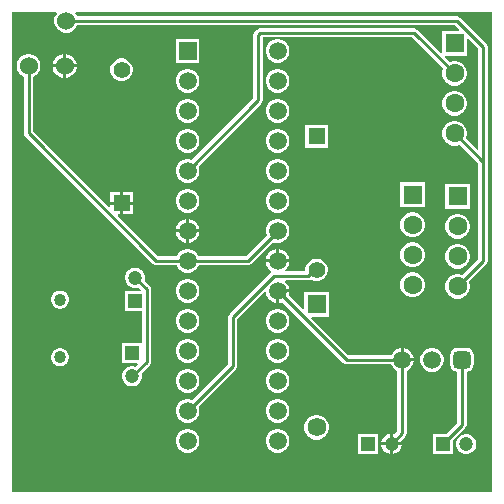
<source format=gtl>
G04*
G04 #@! TF.GenerationSoftware,Altium Limited,Altium Designer,23.4.1 (23)*
G04*
G04 Layer_Physical_Order=1*
G04 Layer_Color=255*
%FSLAX44Y44*%
%MOMM*%
G71*
G04*
G04 #@! TF.SameCoordinates,99EBD1B5-C4FE-4FA8-BA42-E2C8A1C5BD1C*
G04*
G04*
G04 #@! TF.FilePolarity,Positive*
G04*
G01*
G75*
%ADD15C,0.2540*%
%ADD16C,1.2000*%
%ADD17R,1.2000X1.2000*%
%ADD18R,1.2000X1.2000*%
%ADD26C,1.4000*%
%ADD27R,1.4000X1.4000*%
%ADD30C,1.5000*%
G04:AMPARAMS|DCode=31|XSize=1.5mm|YSize=1.5mm|CornerRadius=0.375mm|HoleSize=0mm|Usage=FLASHONLY|Rotation=0.000|XOffset=0mm|YOffset=0mm|HoleType=Round|Shape=RoundedRectangle|*
%AMROUNDEDRECTD31*
21,1,1.5000,0.7500,0,0,0.0*
21,1,0.7500,1.5000,0,0,0.0*
1,1,0.7500,0.3750,-0.3750*
1,1,0.7500,-0.3750,-0.3750*
1,1,0.7500,-0.3750,0.3750*
1,1,0.7500,0.3750,0.3750*
%
%ADD31ROUNDEDRECTD31*%
%ADD32C,1.5240*%
%ADD33C,1.6000*%
%ADD34R,1.6000X1.6000*%
%ADD35C,1.5900*%
%ADD36R,1.5900X1.5900*%
%ADD37R,1.5000X1.5000*%
%ADD38C,1.0300*%
G36*
X425450Y19050D02*
X20320D01*
X20223Y18953D01*
X19050Y19439D01*
Y425450D01*
X56509D01*
X56996Y424277D01*
X56763Y424044D01*
X55430Y421736D01*
X54741Y419162D01*
Y416498D01*
X55430Y413924D01*
X56763Y411616D01*
X58647Y409732D01*
X60954Y408400D01*
X63528Y407710D01*
X66193D01*
X68767Y408400D01*
X71075Y409732D01*
X72959Y411616D01*
X74291Y413924D01*
X74308Y413986D01*
X394389D01*
X397922Y410453D01*
X397436Y409280D01*
X383200D01*
Y390975D01*
X382027Y390489D01*
X362128Y410388D01*
X360881Y411221D01*
X359410Y411514D01*
X359410Y411514D01*
X228818D01*
X227347Y411221D01*
X226100Y410388D01*
X226100Y410388D01*
X224612Y408900D01*
X223779Y407653D01*
X223486Y406182D01*
X223486Y406182D01*
Y352112D01*
X171514Y300140D01*
X171500Y300149D01*
X168957Y300830D01*
X166324D01*
X163780Y300149D01*
X161500Y298832D01*
X159638Y296970D01*
X158322Y294690D01*
X157640Y292146D01*
Y289513D01*
X158322Y286970D01*
X159638Y284690D01*
X161500Y282828D01*
X163780Y281511D01*
X166324Y280830D01*
X168957D01*
X171500Y281511D01*
X173780Y282828D01*
X175642Y284690D01*
X176959Y286970D01*
X177640Y289513D01*
Y292146D01*
X176959Y294690D01*
X176950Y294704D01*
X230048Y347802D01*
X230048Y347802D01*
X230881Y349049D01*
X231174Y350520D01*
X231174Y350520D01*
Y403826D01*
X357818D01*
X384024Y377620D01*
X383916Y377433D01*
X383200Y374762D01*
Y371998D01*
X383916Y369327D01*
X385298Y366933D01*
X387253Y364978D01*
X389647Y363596D01*
X392318Y362880D01*
X395082D01*
X397753Y363596D01*
X400147Y364978D01*
X402102Y366933D01*
X403484Y369327D01*
X404200Y371998D01*
Y374762D01*
X403484Y377433D01*
X402102Y379827D01*
X400147Y381782D01*
X397753Y383164D01*
X395082Y383880D01*
X392318D01*
X389647Y383164D01*
X389460Y383056D01*
X385409Y387107D01*
X385895Y388280D01*
X404200D01*
Y402516D01*
X405373Y403002D01*
X413986Y394389D01*
Y309389D01*
X412813Y308903D01*
X403376Y318340D01*
X403484Y318527D01*
X404200Y321198D01*
Y323962D01*
X403484Y326633D01*
X402102Y329027D01*
X400147Y330982D01*
X397753Y332364D01*
X395082Y333080D01*
X392318D01*
X389647Y332364D01*
X387253Y330982D01*
X385298Y329027D01*
X383916Y326633D01*
X383200Y323962D01*
Y321198D01*
X383916Y318527D01*
X385298Y316133D01*
X387253Y314178D01*
X389647Y312796D01*
X392318Y312080D01*
X395082D01*
X397753Y312796D01*
X397940Y312904D01*
X413986Y296858D01*
Y216222D01*
X400480Y202716D01*
X400293Y202824D01*
X397622Y203540D01*
X394858D01*
X392187Y202824D01*
X389793Y201442D01*
X387838Y199487D01*
X386456Y197093D01*
X385740Y194422D01*
Y191658D01*
X386456Y188987D01*
X387838Y186593D01*
X389793Y184638D01*
X392187Y183256D01*
X394858Y182540D01*
X397622D01*
X400293Y183256D01*
X402687Y184638D01*
X404642Y186593D01*
X406024Y188987D01*
X406740Y191658D01*
Y194422D01*
X406024Y197093D01*
X405916Y197280D01*
X420548Y211912D01*
X420548Y211912D01*
X421381Y213159D01*
X421674Y214630D01*
X421674Y214630D01*
Y298450D01*
X421674Y298450D01*
X421674Y298450D01*
Y395981D01*
X421674Y395982D01*
X421381Y397453D01*
X420548Y398700D01*
X420548Y398700D01*
X398700Y420548D01*
X397453Y421381D01*
X395982Y421674D01*
X395981Y421674D01*
X74308D01*
X74291Y421736D01*
X72959Y424044D01*
X72726Y424277D01*
X73212Y425450D01*
X425450D01*
Y19050D01*
D02*
G37*
%LPC*%
G36*
X245156Y402430D02*
X242523D01*
X239980Y401749D01*
X237700Y400432D01*
X235838Y398570D01*
X234522Y396290D01*
X233840Y393746D01*
Y391114D01*
X234522Y388570D01*
X235838Y386290D01*
X237700Y384428D01*
X239980Y383111D01*
X242523Y382430D01*
X245156D01*
X247700Y383111D01*
X249980Y384428D01*
X251842Y386290D01*
X253158Y388570D01*
X253840Y391114D01*
Y393746D01*
X253158Y396290D01*
X251842Y398570D01*
X249980Y400432D01*
X247700Y401749D01*
X245156Y402430D01*
D02*
G37*
G36*
X177640D02*
X157640D01*
Y382430D01*
X177640D01*
Y402430D01*
D02*
G37*
G36*
X64838Y389890D02*
X64770D01*
Y381000D01*
X73660D01*
Y381068D01*
X72968Y383652D01*
X71630Y385968D01*
X69738Y387860D01*
X67422Y389198D01*
X64838Y389890D01*
D02*
G37*
G36*
X62230D02*
X62162D01*
X59578Y389198D01*
X57262Y387860D01*
X55370Y385968D01*
X54032Y383652D01*
X53340Y381068D01*
Y381000D01*
X62230D01*
Y389890D01*
D02*
G37*
G36*
X73660Y378460D02*
X64770D01*
Y369570D01*
X64838D01*
X67422Y370262D01*
X69738Y371600D01*
X71630Y373492D01*
X72968Y375808D01*
X73660Y378392D01*
Y378460D01*
D02*
G37*
G36*
X62230D02*
X53340D01*
Y378392D01*
X54032Y375808D01*
X55370Y373492D01*
X57262Y371600D01*
X59578Y370262D01*
X62162Y369570D01*
X62230D01*
Y378460D01*
D02*
G37*
G36*
X113011Y386040D02*
X110509D01*
X108093Y385392D01*
X105927Y384142D01*
X104158Y382373D01*
X102907Y380207D01*
X102260Y377791D01*
Y375289D01*
X102907Y372873D01*
X104158Y370707D01*
X105927Y368938D01*
X108093Y367687D01*
X110509Y367040D01*
X113011D01*
X115427Y367687D01*
X117593Y368938D01*
X119362Y370707D01*
X120613Y372873D01*
X121260Y375289D01*
Y377791D01*
X120613Y380207D01*
X119362Y382373D01*
X117593Y384142D01*
X115427Y385392D01*
X113011Y386040D01*
D02*
G37*
G36*
X245156Y377030D02*
X242523D01*
X239980Y376348D01*
X237700Y375032D01*
X235838Y373170D01*
X234522Y370890D01*
X233840Y368346D01*
Y365714D01*
X234522Y363170D01*
X235838Y360890D01*
X237700Y359028D01*
X239980Y357711D01*
X242523Y357030D01*
X245156D01*
X247700Y357711D01*
X249980Y359028D01*
X251842Y360890D01*
X253158Y363170D01*
X253840Y365714D01*
Y368346D01*
X253158Y370890D01*
X251842Y373170D01*
X249980Y375032D01*
X247700Y376348D01*
X245156Y377030D01*
D02*
G37*
G36*
X168957D02*
X166324D01*
X163780Y376348D01*
X161500Y375032D01*
X159638Y373170D01*
X158322Y370890D01*
X157640Y368346D01*
Y365714D01*
X158322Y363170D01*
X159638Y360890D01*
X161500Y359028D01*
X163780Y357711D01*
X166324Y357030D01*
X168957D01*
X171500Y357711D01*
X173780Y359028D01*
X175642Y360890D01*
X176959Y363170D01*
X177640Y365714D01*
Y368346D01*
X176959Y370890D01*
X175642Y373170D01*
X173780Y375032D01*
X171500Y376348D01*
X168957Y377030D01*
D02*
G37*
G36*
X395082Y358480D02*
X392318D01*
X389647Y357764D01*
X387253Y356382D01*
X385298Y354427D01*
X383916Y352033D01*
X383200Y349362D01*
Y346598D01*
X383916Y343927D01*
X385298Y341533D01*
X387253Y339578D01*
X389647Y338196D01*
X392318Y337480D01*
X395082D01*
X397753Y338196D01*
X400147Y339578D01*
X402102Y341533D01*
X403484Y343927D01*
X404200Y346598D01*
Y349362D01*
X403484Y352033D01*
X402102Y354427D01*
X400147Y356382D01*
X397753Y357764D01*
X395082Y358480D01*
D02*
G37*
G36*
X245156Y351630D02*
X242523D01*
X239980Y350948D01*
X237700Y349632D01*
X235838Y347770D01*
X234522Y345490D01*
X233840Y342947D01*
Y340313D01*
X234522Y337770D01*
X235838Y335490D01*
X237700Y333628D01*
X239980Y332312D01*
X242523Y331630D01*
X245156D01*
X247700Y332312D01*
X249980Y333628D01*
X251842Y335490D01*
X253158Y337770D01*
X253840Y340313D01*
Y342947D01*
X253158Y345490D01*
X251842Y347770D01*
X249980Y349632D01*
X247700Y350948D01*
X245156Y351630D01*
D02*
G37*
G36*
X168957D02*
X166324D01*
X163780Y350948D01*
X161500Y349632D01*
X159638Y347770D01*
X158322Y345490D01*
X157640Y342947D01*
Y340313D01*
X158322Y337770D01*
X159638Y335490D01*
X161500Y333628D01*
X163780Y332312D01*
X166324Y331630D01*
X168957D01*
X171500Y332312D01*
X173780Y333628D01*
X175642Y335490D01*
X176959Y337770D01*
X177640Y340313D01*
Y342947D01*
X176959Y345490D01*
X175642Y347770D01*
X173780Y349632D01*
X171500Y350948D01*
X168957Y351630D01*
D02*
G37*
G36*
X286360Y329510D02*
X267360D01*
Y310510D01*
X286360D01*
Y329510D01*
D02*
G37*
G36*
X245156Y326230D02*
X242523D01*
X239980Y325549D01*
X237700Y324232D01*
X235838Y322370D01*
X234522Y320090D01*
X233840Y317547D01*
Y314914D01*
X234522Y312370D01*
X235838Y310090D01*
X237700Y308228D01*
X239980Y306912D01*
X242523Y306230D01*
X245156D01*
X247700Y306912D01*
X249980Y308228D01*
X251842Y310090D01*
X253158Y312370D01*
X253840Y314914D01*
Y317547D01*
X253158Y320090D01*
X251842Y322370D01*
X249980Y324232D01*
X247700Y325549D01*
X245156Y326230D01*
D02*
G37*
G36*
X168957D02*
X166324D01*
X163780Y325549D01*
X161500Y324232D01*
X159638Y322370D01*
X158322Y320090D01*
X157640Y317547D01*
Y314914D01*
X158322Y312370D01*
X159638Y310090D01*
X161500Y308228D01*
X163780Y306912D01*
X166324Y306230D01*
X168957D01*
X171500Y306912D01*
X173780Y308228D01*
X175642Y310090D01*
X176959Y312370D01*
X177640Y314914D01*
Y317547D01*
X176959Y320090D01*
X175642Y322370D01*
X173780Y324232D01*
X171500Y325549D01*
X168957Y326230D01*
D02*
G37*
G36*
X245156Y300830D02*
X242523D01*
X239980Y300149D01*
X237700Y298832D01*
X235838Y296970D01*
X234522Y294690D01*
X233840Y292146D01*
Y289513D01*
X234522Y286970D01*
X235838Y284690D01*
X237700Y282828D01*
X239980Y281511D01*
X242523Y280830D01*
X245156D01*
X247700Y281511D01*
X249980Y282828D01*
X251842Y284690D01*
X253158Y286970D01*
X253840Y289513D01*
Y292146D01*
X253158Y294690D01*
X251842Y296970D01*
X249980Y298832D01*
X247700Y300149D01*
X245156Y300830D01*
D02*
G37*
G36*
X121300Y273080D02*
X113030D01*
Y264810D01*
X121300D01*
Y273080D01*
D02*
G37*
G36*
X110490D02*
X102220D01*
Y264810D01*
X110490D01*
Y273080D01*
D02*
G37*
G36*
X368640Y281010D02*
X347640D01*
Y260010D01*
X368640D01*
Y281010D01*
D02*
G37*
G36*
X406740Y279740D02*
X385740D01*
Y258740D01*
X406740D01*
Y279740D01*
D02*
G37*
G36*
X245156Y275430D02*
X242523D01*
X239980Y274748D01*
X237700Y273432D01*
X235838Y271570D01*
X234522Y269290D01*
X233840Y266747D01*
Y264114D01*
X234522Y261570D01*
X235838Y259290D01*
X237700Y257428D01*
X239980Y256112D01*
X242523Y255430D01*
X245156D01*
X247700Y256112D01*
X249980Y257428D01*
X251842Y259290D01*
X253158Y261570D01*
X253840Y264114D01*
Y266747D01*
X253158Y269290D01*
X251842Y271570D01*
X249980Y273432D01*
X247700Y274748D01*
X245156Y275430D01*
D02*
G37*
G36*
X168957D02*
X166324D01*
X163780Y274748D01*
X161500Y273432D01*
X159638Y271570D01*
X158322Y269290D01*
X157640Y266747D01*
Y264114D01*
X158322Y261570D01*
X159638Y259290D01*
X161500Y257428D01*
X163780Y256112D01*
X166324Y255430D01*
X168957D01*
X171500Y256112D01*
X173780Y257428D01*
X175642Y259290D01*
X176959Y261570D01*
X177640Y264114D01*
Y266747D01*
X176959Y269290D01*
X175642Y271570D01*
X173780Y273432D01*
X171500Y274748D01*
X168957Y275430D01*
D02*
G37*
G36*
X121300Y262270D02*
X113030D01*
Y254000D01*
X121300D01*
Y262270D01*
D02*
G37*
G36*
X168962Y250070D02*
X168910D01*
Y241300D01*
X177680D01*
Y241352D01*
X176996Y243905D01*
X175674Y246195D01*
X173805Y248064D01*
X171515Y249386D01*
X168962Y250070D01*
D02*
G37*
G36*
X166370D02*
X166318D01*
X163765Y249386D01*
X161475Y248064D01*
X159606Y246195D01*
X158284Y243905D01*
X157600Y241352D01*
Y241300D01*
X166370D01*
Y250070D01*
D02*
G37*
G36*
X359522Y255610D02*
X356758D01*
X354087Y254894D01*
X351693Y253512D01*
X349738Y251557D01*
X348356Y249163D01*
X347640Y246492D01*
Y243728D01*
X348356Y241057D01*
X349738Y238663D01*
X351693Y236708D01*
X354087Y235326D01*
X356758Y234610D01*
X359522D01*
X362193Y235326D01*
X364587Y236708D01*
X366542Y238663D01*
X367924Y241057D01*
X368640Y243728D01*
Y246492D01*
X367924Y249163D01*
X366542Y251557D01*
X364587Y253512D01*
X362193Y254894D01*
X359522Y255610D01*
D02*
G37*
G36*
X397622Y254340D02*
X394858D01*
X392187Y253624D01*
X389793Y252242D01*
X387838Y250287D01*
X386456Y247893D01*
X385740Y245222D01*
Y242458D01*
X386456Y239787D01*
X387838Y237393D01*
X389793Y235438D01*
X392187Y234056D01*
X394858Y233340D01*
X397622D01*
X400293Y234056D01*
X402687Y235438D01*
X404642Y237393D01*
X406024Y239787D01*
X406740Y242458D01*
Y245222D01*
X406024Y247893D01*
X404642Y250287D01*
X402687Y252242D01*
X400293Y253624D01*
X397622Y254340D01*
D02*
G37*
G36*
X34352Y389850D02*
X31688D01*
X29114Y389160D01*
X26806Y387828D01*
X24922Y385944D01*
X23590Y383636D01*
X22900Y381062D01*
Y378398D01*
X23590Y375824D01*
X24922Y373516D01*
X26806Y371632D01*
X29114Y370300D01*
X29176Y370283D01*
Y322949D01*
X29176Y322948D01*
X29469Y321477D01*
X30302Y320230D01*
X138620Y211912D01*
X138620Y211912D01*
X139867Y211079D01*
X141338Y210786D01*
X141339Y210786D01*
X158317D01*
X158322Y210770D01*
X159638Y208490D01*
X161500Y206628D01*
X163780Y205312D01*
X166324Y204630D01*
X168957D01*
X171500Y205312D01*
X173780Y206628D01*
X175642Y208490D01*
X176959Y210770D01*
X176963Y210786D01*
X218440D01*
X218440Y210786D01*
X219911Y211079D01*
X221158Y211912D01*
X239966Y230720D01*
X239980Y230711D01*
X242523Y230030D01*
X245156D01*
X247700Y230711D01*
X249980Y232028D01*
X251842Y233890D01*
X253158Y236170D01*
X253840Y238713D01*
Y241346D01*
X253158Y243890D01*
X251842Y246170D01*
X249980Y248032D01*
X247700Y249349D01*
X245156Y250030D01*
X242523D01*
X239980Y249349D01*
X237700Y248032D01*
X235838Y246170D01*
X234522Y243890D01*
X233840Y241346D01*
Y238713D01*
X234522Y236170D01*
X234530Y236156D01*
X216848Y218474D01*
X176963D01*
X176959Y218490D01*
X175642Y220770D01*
X173780Y222632D01*
X171500Y223948D01*
X168957Y224630D01*
X166324D01*
X163780Y223948D01*
X161500Y222632D01*
X159638Y220770D01*
X158322Y218490D01*
X158317Y218474D01*
X142931D01*
X108578Y252827D01*
X109064Y254000D01*
X110490D01*
Y262270D01*
X102220D01*
Y260844D01*
X101047Y260358D01*
X36864Y324541D01*
Y370283D01*
X36926Y370300D01*
X39234Y371632D01*
X41118Y373516D01*
X42450Y375824D01*
X43140Y378398D01*
Y381062D01*
X42450Y383636D01*
X41118Y385944D01*
X39234Y387828D01*
X36926Y389160D01*
X34352Y389850D01*
D02*
G37*
G36*
X177680Y238760D02*
X168910D01*
Y229990D01*
X168962D01*
X171515Y230674D01*
X173805Y231996D01*
X175674Y233865D01*
X176996Y236155D01*
X177680Y238708D01*
Y238760D01*
D02*
G37*
G36*
X166370D02*
X157600D01*
Y238708D01*
X158284Y236155D01*
X159606Y233865D01*
X161475Y231996D01*
X163765Y230674D01*
X166318Y229990D01*
X166370D01*
Y238760D01*
D02*
G37*
G36*
X245162Y224670D02*
X245110D01*
Y215900D01*
X253880D01*
Y215952D01*
X253196Y218505D01*
X251874Y220795D01*
X250005Y222664D01*
X247715Y223986D01*
X245162Y224670D01*
D02*
G37*
G36*
X242570D02*
X242518D01*
X239965Y223986D01*
X237675Y222664D01*
X235806Y220795D01*
X234484Y218505D01*
X233800Y215952D01*
Y215900D01*
X242570D01*
Y224670D01*
D02*
G37*
G36*
X359522Y230210D02*
X356758D01*
X354087Y229494D01*
X351693Y228112D01*
X349738Y226157D01*
X348356Y223763D01*
X347640Y221092D01*
Y218328D01*
X348356Y215657D01*
X349738Y213263D01*
X351693Y211308D01*
X354087Y209926D01*
X356758Y209210D01*
X359522D01*
X362193Y209926D01*
X364587Y211308D01*
X366542Y213263D01*
X367924Y215657D01*
X368640Y218328D01*
Y221092D01*
X367924Y223763D01*
X366542Y226157D01*
X364587Y228112D01*
X362193Y229494D01*
X359522Y230210D01*
D02*
G37*
G36*
X397622Y228940D02*
X394858D01*
X392187Y228224D01*
X389793Y226842D01*
X387838Y224887D01*
X386456Y222493D01*
X385740Y219822D01*
Y217058D01*
X386456Y214387D01*
X387838Y211993D01*
X389793Y210038D01*
X392187Y208656D01*
X394858Y207940D01*
X397622D01*
X400293Y208656D01*
X402687Y210038D01*
X404642Y211993D01*
X406024Y214387D01*
X406740Y217058D01*
Y219822D01*
X406024Y222493D01*
X404642Y224887D01*
X402687Y226842D01*
X400293Y228224D01*
X397622Y228940D01*
D02*
G37*
G36*
X278111Y216510D02*
X275609D01*
X273193Y215863D01*
X271027Y214612D01*
X269258Y212843D01*
X268007Y210677D01*
X267360Y208261D01*
Y205774D01*
X250979D01*
X250453Y207044D01*
X251874Y208465D01*
X253196Y210755D01*
X253880Y213308D01*
Y213360D01*
X233800D01*
Y213308D01*
X234484Y210755D01*
X235806Y208465D01*
X237675Y206596D01*
X238125Y206336D01*
X238174Y204842D01*
X237884Y204648D01*
X237884Y204648D01*
X203310Y170074D01*
X202477Y168827D01*
X202184Y167356D01*
X202184Y167356D01*
Y127610D01*
X171514Y96940D01*
X171500Y96948D01*
X168957Y97630D01*
X166324D01*
X163780Y96948D01*
X161500Y95632D01*
X159638Y93770D01*
X158322Y91490D01*
X157640Y88947D01*
Y86313D01*
X158322Y83770D01*
X159638Y81490D01*
X161500Y79628D01*
X163780Y78312D01*
X166324Y77630D01*
X168957D01*
X171500Y78312D01*
X173780Y79628D01*
X175642Y81490D01*
X176959Y83770D01*
X177640Y86313D01*
Y88947D01*
X176959Y91490D01*
X176950Y91504D01*
X208746Y123300D01*
X208746Y123300D01*
X209579Y124547D01*
X209872Y126018D01*
X209872Y126018D01*
Y165764D01*
X232627Y188519D01*
X233800Y188033D01*
Y187908D01*
X234484Y185355D01*
X235806Y183065D01*
X237675Y181196D01*
X239965Y179874D01*
X242518Y179190D01*
X242570D01*
Y189230D01*
X243840D01*
Y190500D01*
X253880D01*
Y190552D01*
X253196Y193105D01*
X251874Y195395D01*
X250453Y196816D01*
X250979Y198086D01*
X269512D01*
X269512Y198086D01*
X270983Y198379D01*
X271830Y198944D01*
X273193Y198157D01*
X275609Y197510D01*
X278111D01*
X280527Y198157D01*
X282693Y199408D01*
X284462Y201177D01*
X285713Y203343D01*
X286360Y205759D01*
Y208261D01*
X285713Y210677D01*
X284462Y212843D01*
X282693Y214612D01*
X280527Y215863D01*
X278111Y216510D01*
D02*
G37*
G36*
X359522Y204810D02*
X356758D01*
X354087Y204094D01*
X351693Y202712D01*
X349738Y200757D01*
X348356Y198363D01*
X347640Y195692D01*
Y192928D01*
X348356Y190257D01*
X349738Y187863D01*
X351693Y185908D01*
X354087Y184526D01*
X356758Y183810D01*
X359522D01*
X362193Y184526D01*
X364587Y185908D01*
X366542Y187863D01*
X367924Y190257D01*
X368640Y192928D01*
Y195692D01*
X367924Y198363D01*
X366542Y200757D01*
X364587Y202712D01*
X362193Y204094D01*
X359522Y204810D01*
D02*
G37*
G36*
X168957Y199230D02*
X166324D01*
X163780Y198549D01*
X161500Y197232D01*
X159638Y195370D01*
X158322Y193090D01*
X157640Y190546D01*
Y187913D01*
X158322Y185370D01*
X159638Y183090D01*
X161500Y181228D01*
X163780Y179911D01*
X166324Y179230D01*
X168957D01*
X171500Y179911D01*
X173780Y181228D01*
X175642Y183090D01*
X176959Y185370D01*
X177640Y187913D01*
Y190546D01*
X176959Y193090D01*
X175642Y195370D01*
X173780Y197232D01*
X171500Y198549D01*
X168957Y199230D01*
D02*
G37*
G36*
X60697Y189530D02*
X58683D01*
X56737Y189009D01*
X54993Y188001D01*
X53569Y186577D01*
X52561Y184833D01*
X52040Y182887D01*
Y180873D01*
X52561Y178927D01*
X53569Y177183D01*
X54993Y175758D01*
X56737Y174751D01*
X58683Y174230D01*
X60697D01*
X62643Y174751D01*
X64387Y175758D01*
X65812Y177183D01*
X66819Y178927D01*
X67340Y180873D01*
Y182887D01*
X66819Y184833D01*
X65812Y186577D01*
X64387Y188001D01*
X62643Y189009D01*
X60697Y189530D01*
D02*
G37*
G36*
X287310Y188150D02*
X266410D01*
Y173755D01*
X265237Y173269D01*
X253179Y185326D01*
X253196Y185355D01*
X253880Y187908D01*
Y187960D01*
X245110D01*
Y179190D01*
X245162D01*
X247715Y179874D01*
X247743Y179890D01*
X299542Y128092D01*
X299542Y128092D01*
X300789Y127259D01*
X302260Y126966D01*
X339886D01*
X339894Y126935D01*
X341216Y124645D01*
X343085Y122776D01*
X345375Y121454D01*
X345406Y121446D01*
Y70172D01*
X343046Y67812D01*
X341630Y68191D01*
Y60960D01*
X348861D01*
X348482Y62376D01*
X351968Y65862D01*
X351968Y65862D01*
X352801Y67109D01*
X353094Y68580D01*
X353094Y68580D01*
Y121446D01*
X353125Y121454D01*
X355415Y122776D01*
X357284Y124645D01*
X358606Y126935D01*
X359290Y129488D01*
Y129540D01*
X349250D01*
Y130810D01*
X347980D01*
Y140850D01*
X347928D01*
X345375Y140166D01*
X343085Y138844D01*
X341216Y136975D01*
X339894Y134685D01*
X339886Y134654D01*
X303852D01*
X272429Y166077D01*
X272915Y167250D01*
X287310D01*
Y188150D01*
D02*
G37*
G36*
X245156Y173830D02*
X242523D01*
X239980Y173148D01*
X237700Y171832D01*
X235838Y169970D01*
X234522Y167690D01*
X233840Y165147D01*
Y162514D01*
X234522Y159970D01*
X235838Y157690D01*
X237700Y155828D01*
X239980Y154511D01*
X242523Y153830D01*
X245156D01*
X247700Y154511D01*
X249980Y155828D01*
X251842Y157690D01*
X253158Y159970D01*
X253840Y162514D01*
Y165147D01*
X253158Y167690D01*
X251842Y169970D01*
X249980Y171832D01*
X247700Y173148D01*
X245156Y173830D01*
D02*
G37*
G36*
X168957D02*
X166324D01*
X163780Y173148D01*
X161500Y171832D01*
X159638Y169970D01*
X158322Y167690D01*
X157640Y165147D01*
Y162514D01*
X158322Y159970D01*
X159638Y157690D01*
X161500Y155828D01*
X163780Y154511D01*
X166324Y153830D01*
X168957D01*
X171500Y154511D01*
X173780Y155828D01*
X175642Y157690D01*
X176959Y159970D01*
X177640Y162514D01*
Y165147D01*
X176959Y167690D01*
X175642Y169970D01*
X173780Y171832D01*
X171500Y173148D01*
X168957Y173830D01*
D02*
G37*
G36*
X350572Y140850D02*
X350520D01*
Y132080D01*
X359290D01*
Y132132D01*
X358606Y134685D01*
X357284Y136975D01*
X355415Y138844D01*
X353125Y140166D01*
X350572Y140850D01*
D02*
G37*
G36*
X245156Y148430D02*
X242523D01*
X239980Y147748D01*
X237700Y146432D01*
X235838Y144570D01*
X234522Y142290D01*
X233840Y139747D01*
Y137114D01*
X234522Y134570D01*
X235838Y132290D01*
X237700Y130428D01*
X239980Y129111D01*
X242523Y128430D01*
X245156D01*
X247700Y129111D01*
X249980Y130428D01*
X251842Y132290D01*
X253158Y134570D01*
X253840Y137114D01*
Y139747D01*
X253158Y142290D01*
X251842Y144570D01*
X249980Y146432D01*
X247700Y147748D01*
X245156Y148430D01*
D02*
G37*
G36*
X168957D02*
X166324D01*
X163780Y147748D01*
X161500Y146432D01*
X159638Y144570D01*
X158322Y142290D01*
X157640Y139747D01*
Y137114D01*
X158322Y134570D01*
X159638Y132290D01*
X161500Y130428D01*
X163780Y129111D01*
X166324Y128430D01*
X168957D01*
X171500Y129111D01*
X173780Y130428D01*
X175642Y132290D01*
X176959Y134570D01*
X177640Y137114D01*
Y139747D01*
X176959Y142290D01*
X175642Y144570D01*
X173780Y146432D01*
X171500Y147748D01*
X168957Y148430D01*
D02*
G37*
G36*
X60697Y140730D02*
X58683D01*
X56737Y140209D01*
X54993Y139201D01*
X53569Y137777D01*
X52561Y136033D01*
X52040Y134087D01*
Y132073D01*
X52561Y130127D01*
X53569Y128383D01*
X54993Y126959D01*
X56737Y125951D01*
X58683Y125430D01*
X60697D01*
X62643Y125951D01*
X64387Y126959D01*
X65812Y128383D01*
X66819Y130127D01*
X67340Y132073D01*
Y134087D01*
X66819Y136033D01*
X65812Y137777D01*
X64387Y139201D01*
X62643Y140209D01*
X60697Y140730D01*
D02*
G37*
G36*
X124309Y209000D02*
X122071D01*
X119909Y208421D01*
X117971Y207302D01*
X116388Y205719D01*
X115269Y203781D01*
X114690Y201619D01*
Y199381D01*
X115269Y197219D01*
X116388Y195281D01*
X117971Y193698D01*
X119909Y192579D01*
X122071Y192000D01*
X124309D01*
X125843Y192411D01*
X127984Y190270D01*
X127458Y189000D01*
X114690D01*
Y172000D01*
X129116D01*
Y145500D01*
X112150D01*
Y128500D01*
X125055D01*
X125541Y127327D01*
X123303Y125089D01*
X121769Y125500D01*
X119531D01*
X117369Y124921D01*
X115431Y123802D01*
X113848Y122219D01*
X112729Y120281D01*
X112150Y118119D01*
Y115881D01*
X112729Y113719D01*
X113848Y111781D01*
X115431Y110198D01*
X117369Y109079D01*
X119531Y108500D01*
X121769D01*
X123931Y109079D01*
X125869Y110198D01*
X127452Y111781D01*
X128571Y113719D01*
X129150Y115881D01*
Y118119D01*
X128739Y119653D01*
X135678Y126592D01*
X136511Y127839D01*
X136804Y129310D01*
X136804Y129310D01*
Y190730D01*
X136804Y190730D01*
X136511Y192201D01*
X135678Y193448D01*
X135678Y193448D01*
X131279Y197847D01*
X131690Y199381D01*
Y201619D01*
X131111Y203781D01*
X129992Y205719D01*
X128409Y207302D01*
X126471Y208421D01*
X124309Y209000D01*
D02*
G37*
G36*
X375966Y140810D02*
X373334D01*
X370790Y140128D01*
X368510Y138812D01*
X366648Y136950D01*
X365331Y134670D01*
X364650Y132127D01*
Y129494D01*
X365331Y126950D01*
X366648Y124670D01*
X368510Y122808D01*
X370790Y121491D01*
X373334Y120810D01*
X375966D01*
X378510Y121491D01*
X380790Y122808D01*
X382652Y124670D01*
X383969Y126950D01*
X384650Y129494D01*
Y132127D01*
X383969Y134670D01*
X382652Y136950D01*
X380790Y138812D01*
X378510Y140128D01*
X375966Y140810D01*
D02*
G37*
G36*
X245156Y123030D02*
X242523D01*
X239980Y122348D01*
X237700Y121032D01*
X235838Y119170D01*
X234522Y116890D01*
X233840Y114347D01*
Y111713D01*
X234522Y109170D01*
X235838Y106890D01*
X237700Y105028D01*
X239980Y103712D01*
X242523Y103030D01*
X245156D01*
X247700Y103712D01*
X249980Y105028D01*
X251842Y106890D01*
X253158Y109170D01*
X253840Y111713D01*
Y114347D01*
X253158Y116890D01*
X251842Y119170D01*
X249980Y121032D01*
X247700Y122348D01*
X245156Y123030D01*
D02*
G37*
G36*
X168957D02*
X166324D01*
X163780Y122348D01*
X161500Y121032D01*
X159638Y119170D01*
X158322Y116890D01*
X157640Y114347D01*
Y111713D01*
X158322Y109170D01*
X159638Y106890D01*
X161500Y105028D01*
X163780Y103712D01*
X166324Y103030D01*
X168957D01*
X171500Y103712D01*
X173780Y105028D01*
X175642Y106890D01*
X176959Y109170D01*
X177640Y111713D01*
Y114347D01*
X176959Y116890D01*
X175642Y119170D01*
X173780Y121032D01*
X171500Y122348D01*
X168957Y123030D01*
D02*
G37*
G36*
X245156Y97630D02*
X242523D01*
X239980Y96948D01*
X237700Y95632D01*
X235838Y93770D01*
X234522Y91490D01*
X233840Y88947D01*
Y86313D01*
X234522Y83770D01*
X235838Y81490D01*
X237700Y79628D01*
X239980Y78312D01*
X242523Y77630D01*
X245156D01*
X247700Y78312D01*
X249980Y79628D01*
X251842Y81490D01*
X253158Y83770D01*
X253840Y86313D01*
Y88947D01*
X253158Y91490D01*
X251842Y93770D01*
X249980Y95632D01*
X247700Y96948D01*
X245156Y97630D01*
D02*
G37*
G36*
X278236Y84210D02*
X275484D01*
X272826Y83498D01*
X270444Y82122D01*
X268498Y80176D01*
X267122Y77793D01*
X266410Y75136D01*
Y72384D01*
X267122Y69727D01*
X268498Y67344D01*
X270444Y65398D01*
X272826Y64022D01*
X275484Y63310D01*
X278236D01*
X280893Y64022D01*
X283276Y65398D01*
X285222Y67344D01*
X286598Y69727D01*
X287310Y72384D01*
Y75136D01*
X286598Y77793D01*
X285222Y80176D01*
X283276Y82122D01*
X280893Y83498D01*
X278236Y84210D01*
D02*
G37*
G36*
X339090Y68191D02*
X337064Y67648D01*
X335116Y66524D01*
X333526Y64934D01*
X332402Y62986D01*
X331859Y60960D01*
X339090D01*
Y68191D01*
D02*
G37*
G36*
X245156Y72230D02*
X242523D01*
X239980Y71549D01*
X237700Y70232D01*
X235838Y68370D01*
X234522Y66090D01*
X233840Y63547D01*
Y60914D01*
X234522Y58370D01*
X235838Y56090D01*
X237700Y54228D01*
X239980Y52912D01*
X242523Y52230D01*
X245156D01*
X247700Y52912D01*
X249980Y54228D01*
X251842Y56090D01*
X253158Y58370D01*
X253840Y60914D01*
Y63547D01*
X253158Y66090D01*
X251842Y68370D01*
X249980Y70232D01*
X247700Y71549D01*
X245156Y72230D01*
D02*
G37*
G36*
X168957D02*
X166324D01*
X163780Y71549D01*
X161500Y70232D01*
X159638Y68370D01*
X158322Y66090D01*
X157640Y63547D01*
Y60914D01*
X158322Y58370D01*
X159638Y56090D01*
X161500Y54228D01*
X163780Y52912D01*
X166324Y52230D01*
X168957D01*
X171500Y52912D01*
X173780Y54228D01*
X175642Y56090D01*
X176959Y58370D01*
X177640Y60914D01*
Y63547D01*
X176959Y66090D01*
X175642Y68370D01*
X173780Y70232D01*
X171500Y71549D01*
X168957Y72230D01*
D02*
G37*
G36*
X404819Y68190D02*
X402581D01*
X400419Y67611D01*
X398481Y66492D01*
X396898Y64909D01*
X395779Y62971D01*
X395200Y60809D01*
Y58571D01*
X395779Y56409D01*
X396898Y54471D01*
X398481Y52888D01*
X400419Y51769D01*
X402581Y51190D01*
X404819D01*
X406981Y51769D01*
X408919Y52888D01*
X410502Y54471D01*
X411621Y56409D01*
X412200Y58571D01*
Y60809D01*
X411621Y62971D01*
X410502Y64909D01*
X408919Y66492D01*
X406981Y67611D01*
X404819Y68190D01*
D02*
G37*
G36*
X403800Y140932D02*
X396300D01*
X393861Y140447D01*
X391794Y139066D01*
X390413Y136999D01*
X389928Y134560D01*
Y127060D01*
X390413Y124621D01*
X391794Y122554D01*
X393861Y121173D01*
X396206Y120706D01*
Y77632D01*
X386764Y68190D01*
X375200D01*
Y51190D01*
X392200D01*
Y62754D01*
X402768Y73322D01*
X402768Y73322D01*
X403601Y74569D01*
X403894Y76040D01*
X403894Y76040D01*
Y120706D01*
X406239Y121173D01*
X408306Y122554D01*
X409687Y124621D01*
X410172Y127060D01*
Y134560D01*
X409687Y136999D01*
X408306Y139066D01*
X406239Y140447D01*
X403800Y140932D01*
D02*
G37*
G36*
X328860Y68190D02*
X311860D01*
Y51190D01*
X328860D01*
Y68190D01*
D02*
G37*
G36*
X348861Y58420D02*
X341630D01*
Y51189D01*
X343656Y51732D01*
X345604Y52856D01*
X347194Y54446D01*
X348318Y56394D01*
X348861Y58420D01*
D02*
G37*
G36*
X339090D02*
X331859D01*
X332402Y56394D01*
X333526Y54446D01*
X335116Y52856D01*
X337064Y51732D01*
X339090Y51189D01*
Y58420D01*
D02*
G37*
%LPD*%
D15*
X33020Y322948D02*
Y379730D01*
Y322948D02*
X141338Y214630D01*
X167640D01*
X395982Y417830D02*
X417830Y395982D01*
X64861Y417830D02*
X395982D01*
X417830Y298450D02*
Y395982D01*
X359410Y407670D02*
X393700Y373380D01*
X228818Y407670D02*
X359410D01*
X227330Y350520D02*
Y406182D01*
X228818Y407670D01*
X393700Y322580D02*
X417830Y298450D01*
X396240Y193040D02*
X417830Y214630D01*
Y298450D01*
X243840Y189230D02*
X302260Y130810D01*
X349250D01*
Y68580D02*
Y130810D01*
X340360Y59690D02*
X349250Y68580D01*
X400050Y76040D02*
Y130810D01*
X383700Y59690D02*
X400050Y76040D01*
X206028Y167356D02*
X240602Y201930D01*
X269512D02*
X274592Y207010D01*
X240602Y201930D02*
X269512D01*
X206028Y126018D02*
Y167356D01*
X274592Y207010D02*
X276860D01*
X167640Y87630D02*
X206028Y126018D01*
X167640Y214630D02*
X218440D01*
X243840Y240030D01*
X167640Y290830D02*
X227330Y350520D01*
X123190Y200500D02*
X132960Y190730D01*
Y129310D02*
Y190730D01*
X120650Y117000D02*
X132960Y129310D01*
D16*
X340360Y59690D02*
D03*
X403700D02*
D03*
X120650Y117000D02*
D03*
X123190Y200500D02*
D03*
D17*
X320360Y59690D02*
D03*
X383700D02*
D03*
D18*
X120650Y137000D02*
D03*
X123190Y180500D02*
D03*
D26*
X276860Y207010D02*
D03*
X111760Y376540D02*
D03*
D27*
X276860Y320010D02*
D03*
X111760Y263540D02*
D03*
D30*
X349250Y130810D02*
D03*
X374650D02*
D03*
X243840Y62230D02*
D03*
Y87630D02*
D03*
Y113030D02*
D03*
Y138430D02*
D03*
Y163830D02*
D03*
Y189230D02*
D03*
Y214630D02*
D03*
Y240030D02*
D03*
Y265430D02*
D03*
Y290830D02*
D03*
Y316230D02*
D03*
Y341630D02*
D03*
Y367030D02*
D03*
Y392430D02*
D03*
X167640Y62230D02*
D03*
Y87630D02*
D03*
Y113030D02*
D03*
Y138430D02*
D03*
Y163830D02*
D03*
Y189230D02*
D03*
Y214630D02*
D03*
Y240030D02*
D03*
Y265430D02*
D03*
Y290830D02*
D03*
Y316230D02*
D03*
Y341630D02*
D03*
Y367030D02*
D03*
D31*
X400050Y130810D02*
D03*
D32*
X64861Y417830D02*
D03*
X63500Y379730D02*
D03*
X33020D02*
D03*
D33*
X396240Y193040D02*
D03*
Y218440D02*
D03*
Y243840D02*
D03*
X358140Y194310D02*
D03*
Y219710D02*
D03*
Y245110D02*
D03*
X393700Y322580D02*
D03*
Y347980D02*
D03*
Y373380D02*
D03*
D34*
X396240Y269240D02*
D03*
X358140Y270510D02*
D03*
X393700Y398780D02*
D03*
D35*
X276860Y73760D02*
D03*
D36*
Y177700D02*
D03*
D37*
X167640Y392430D02*
D03*
D38*
X59690Y133080D02*
D03*
Y181880D02*
D03*
M02*

</source>
